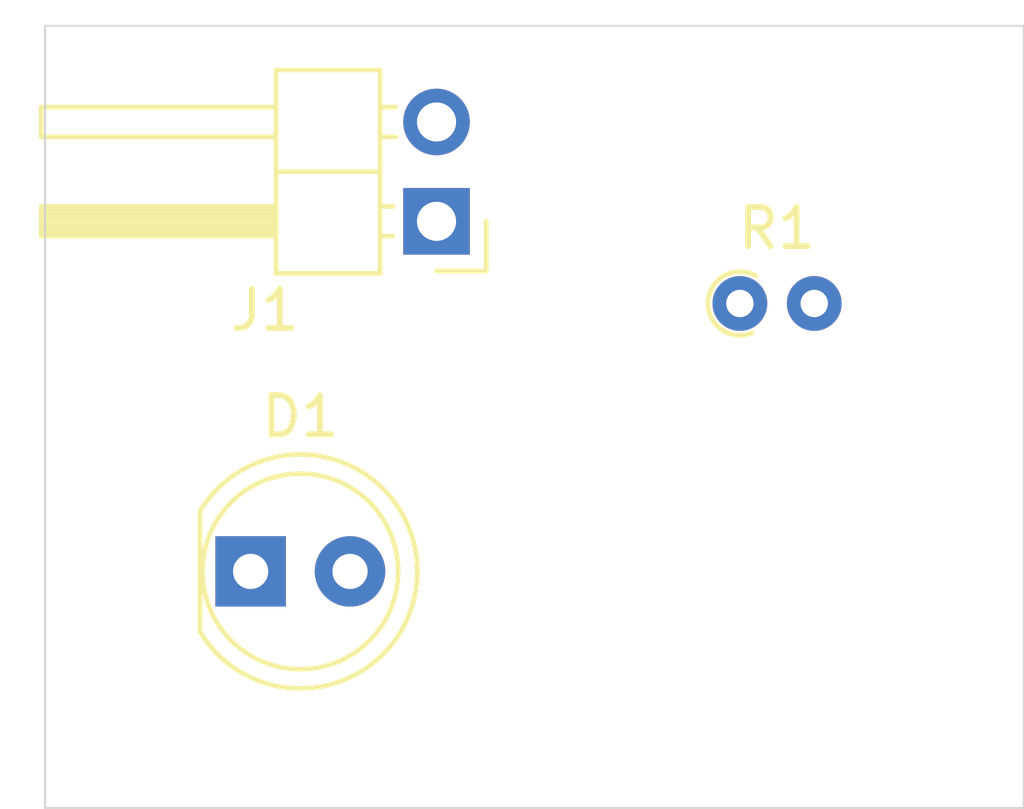
<source format=kicad_pcb>
(kicad_pcb (version 20171130) (host pcbnew "(5.1.2)-2")

  (general
    (thickness 1.6)
    (drawings 4)
    (tracks 0)
    (zones 0)
    (modules 3)
    (nets 4)
  )

  (page A4)
  (layers
    (0 F.Cu signal)
    (31 B.Cu signal)
    (32 B.Adhes user)
    (33 F.Adhes user)
    (34 B.Paste user)
    (35 F.Paste user)
    (36 B.SilkS user)
    (37 F.SilkS user)
    (38 B.Mask user)
    (39 F.Mask user)
    (40 Dwgs.User user)
    (41 Cmts.User user)
    (42 Eco1.User user)
    (43 Eco2.User user)
    (44 Edge.Cuts user)
    (45 Margin user)
    (46 B.CrtYd user)
    (47 F.CrtYd user)
    (48 B.Fab user)
    (49 F.Fab user)
  )

  (setup
    (last_trace_width 0.25)
    (trace_clearance 0.2)
    (zone_clearance 0.508)
    (zone_45_only no)
    (trace_min 0.2)
    (via_size 0.8)
    (via_drill 0.4)
    (via_min_size 0.4)
    (via_min_drill 0.3)
    (uvia_size 0.3)
    (uvia_drill 0.1)
    (uvias_allowed no)
    (uvia_min_size 0.2)
    (uvia_min_drill 0.1)
    (edge_width 0.05)
    (segment_width 0.2)
    (pcb_text_width 0.3)
    (pcb_text_size 1.5 1.5)
    (mod_edge_width 0.12)
    (mod_text_size 1 1)
    (mod_text_width 0.15)
    (pad_size 1.524 1.524)
    (pad_drill 0.762)
    (pad_to_mask_clearance 0.051)
    (solder_mask_min_width 0.25)
    (aux_axis_origin 0 0)
    (visible_elements FFFFFF7F)
    (pcbplotparams
      (layerselection 0x010fc_ffffffff)
      (usegerberextensions false)
      (usegerberattributes false)
      (usegerberadvancedattributes false)
      (creategerberjobfile false)
      (excludeedgelayer true)
      (linewidth 0.100000)
      (plotframeref false)
      (viasonmask false)
      (mode 1)
      (useauxorigin false)
      (hpglpennumber 1)
      (hpglpenspeed 20)
      (hpglpendiameter 15.000000)
      (psnegative false)
      (psa4output false)
      (plotreference true)
      (plotvalue true)
      (plotinvisibletext false)
      (padsonsilk false)
      (subtractmaskfromsilk false)
      (outputformat 1)
      (mirror false)
      (drillshape 1)
      (scaleselection 1)
      (outputdirectory ""))
  )

  (net 0 "")
  (net 1 "Net-(D1-Pad2)")
  (net 2 GND)
  (net 3 "Net-(J1-Pad1)")

  (net_class Default "This is the default net class."
    (clearance 0.2)
    (trace_width 0.25)
    (via_dia 0.8)
    (via_drill 0.4)
    (uvia_dia 0.3)
    (uvia_drill 0.1)
    (add_net GND)
    (add_net "Net-(D1-Pad2)")
    (add_net "Net-(J1-Pad1)")
  )

  (module Connector_PinHeader_2.54mm:PinHeader_1x02_P2.54mm_Horizontal (layer F.Cu) (tedit 59FED5CB) (tstamp 5EC193CC)
    (at 155 80 180)
    (descr "Through hole angled pin header, 1x02, 2.54mm pitch, 6mm pin length, single row")
    (tags "Through hole angled pin header THT 1x02 2.54mm single row")
    (path /5EC15193)
    (fp_text reference J1 (at 4.385 -2.27) (layer F.SilkS)
      (effects (font (size 1 1) (thickness 0.15)))
    )
    (fp_text value Conn_01x02_Male (at 4.385 4.81) (layer F.Fab)
      (effects (font (size 1 1) (thickness 0.15)))
    )
    (fp_text user %R (at 2.77 1.27 90) (layer F.Fab)
      (effects (font (size 1 1) (thickness 0.15)))
    )
    (fp_line (start 10.55 -1.8) (end -1.8 -1.8) (layer F.CrtYd) (width 0.05))
    (fp_line (start 10.55 4.35) (end 10.55 -1.8) (layer F.CrtYd) (width 0.05))
    (fp_line (start -1.8 4.35) (end 10.55 4.35) (layer F.CrtYd) (width 0.05))
    (fp_line (start -1.8 -1.8) (end -1.8 4.35) (layer F.CrtYd) (width 0.05))
    (fp_line (start -1.27 -1.27) (end 0 -1.27) (layer F.SilkS) (width 0.12))
    (fp_line (start -1.27 0) (end -1.27 -1.27) (layer F.SilkS) (width 0.12))
    (fp_line (start 1.042929 2.92) (end 1.44 2.92) (layer F.SilkS) (width 0.12))
    (fp_line (start 1.042929 2.16) (end 1.44 2.16) (layer F.SilkS) (width 0.12))
    (fp_line (start 10.1 2.92) (end 4.1 2.92) (layer F.SilkS) (width 0.12))
    (fp_line (start 10.1 2.16) (end 10.1 2.92) (layer F.SilkS) (width 0.12))
    (fp_line (start 4.1 2.16) (end 10.1 2.16) (layer F.SilkS) (width 0.12))
    (fp_line (start 1.44 1.27) (end 4.1 1.27) (layer F.SilkS) (width 0.12))
    (fp_line (start 1.11 0.38) (end 1.44 0.38) (layer F.SilkS) (width 0.12))
    (fp_line (start 1.11 -0.38) (end 1.44 -0.38) (layer F.SilkS) (width 0.12))
    (fp_line (start 4.1 0.28) (end 10.1 0.28) (layer F.SilkS) (width 0.12))
    (fp_line (start 4.1 0.16) (end 10.1 0.16) (layer F.SilkS) (width 0.12))
    (fp_line (start 4.1 0.04) (end 10.1 0.04) (layer F.SilkS) (width 0.12))
    (fp_line (start 4.1 -0.08) (end 10.1 -0.08) (layer F.SilkS) (width 0.12))
    (fp_line (start 4.1 -0.2) (end 10.1 -0.2) (layer F.SilkS) (width 0.12))
    (fp_line (start 4.1 -0.32) (end 10.1 -0.32) (layer F.SilkS) (width 0.12))
    (fp_line (start 10.1 0.38) (end 4.1 0.38) (layer F.SilkS) (width 0.12))
    (fp_line (start 10.1 -0.38) (end 10.1 0.38) (layer F.SilkS) (width 0.12))
    (fp_line (start 4.1 -0.38) (end 10.1 -0.38) (layer F.SilkS) (width 0.12))
    (fp_line (start 4.1 -1.33) (end 1.44 -1.33) (layer F.SilkS) (width 0.12))
    (fp_line (start 4.1 3.87) (end 4.1 -1.33) (layer F.SilkS) (width 0.12))
    (fp_line (start 1.44 3.87) (end 4.1 3.87) (layer F.SilkS) (width 0.12))
    (fp_line (start 1.44 -1.33) (end 1.44 3.87) (layer F.SilkS) (width 0.12))
    (fp_line (start 4.04 2.86) (end 10.04 2.86) (layer F.Fab) (width 0.1))
    (fp_line (start 10.04 2.22) (end 10.04 2.86) (layer F.Fab) (width 0.1))
    (fp_line (start 4.04 2.22) (end 10.04 2.22) (layer F.Fab) (width 0.1))
    (fp_line (start -0.32 2.86) (end 1.5 2.86) (layer F.Fab) (width 0.1))
    (fp_line (start -0.32 2.22) (end -0.32 2.86) (layer F.Fab) (width 0.1))
    (fp_line (start -0.32 2.22) (end 1.5 2.22) (layer F.Fab) (width 0.1))
    (fp_line (start 4.04 0.32) (end 10.04 0.32) (layer F.Fab) (width 0.1))
    (fp_line (start 10.04 -0.32) (end 10.04 0.32) (layer F.Fab) (width 0.1))
    (fp_line (start 4.04 -0.32) (end 10.04 -0.32) (layer F.Fab) (width 0.1))
    (fp_line (start -0.32 0.32) (end 1.5 0.32) (layer F.Fab) (width 0.1))
    (fp_line (start -0.32 -0.32) (end -0.32 0.32) (layer F.Fab) (width 0.1))
    (fp_line (start -0.32 -0.32) (end 1.5 -0.32) (layer F.Fab) (width 0.1))
    (fp_line (start 1.5 -0.635) (end 2.135 -1.27) (layer F.Fab) (width 0.1))
    (fp_line (start 1.5 3.81) (end 1.5 -0.635) (layer F.Fab) (width 0.1))
    (fp_line (start 4.04 3.81) (end 1.5 3.81) (layer F.Fab) (width 0.1))
    (fp_line (start 4.04 -1.27) (end 4.04 3.81) (layer F.Fab) (width 0.1))
    (fp_line (start 2.135 -1.27) (end 4.04 -1.27) (layer F.Fab) (width 0.1))
    (pad 2 thru_hole oval (at 0 2.54 180) (size 1.7 1.7) (drill 1) (layers *.Cu *.Mask)
      (net 2 GND))
    (pad 1 thru_hole rect (at 0 0 180) (size 1.7 1.7) (drill 1) (layers *.Cu *.Mask)
      (net 3 "Net-(J1-Pad1)"))
    (model ${KISYS3DMOD}/Connector_PinHeader_2.54mm.3dshapes/PinHeader_1x02_P2.54mm_Horizontal.wrl
      (at (xyz 0 0 0))
      (scale (xyz 1 1 1))
      (rotate (xyz 0 0 0))
    )
  )

  (module Resistor_THT:R_Axial_DIN0204_L3.6mm_D1.6mm_P1.90mm_Vertical (layer F.Cu) (tedit 5AE5139B) (tstamp 5EC193DA)
    (at 162.75 82.1)
    (descr "Resistor, Axial_DIN0204 series, Axial, Vertical, pin pitch=1.9mm, 0.167W, length*diameter=3.6*1.6mm^2, http://cdn-reichelt.de/documents/datenblatt/B400/1_4W%23YAG.pdf")
    (tags "Resistor Axial_DIN0204 series Axial Vertical pin pitch 1.9mm 0.167W length 3.6mm diameter 1.6mm")
    (path /5EC14324)
    (fp_text reference R1 (at 0.95 -1.92) (layer F.SilkS)
      (effects (font (size 1 1) (thickness 0.15)))
    )
    (fp_text value R (at 0.95 1.92) (layer F.Fab)
      (effects (font (size 1 1) (thickness 0.15)))
    )
    (fp_text user %R (at 0.95 -1.92) (layer F.Fab)
      (effects (font (size 1 1) (thickness 0.15)))
    )
    (fp_line (start 2.86 -1.05) (end -1.05 -1.05) (layer F.CrtYd) (width 0.05))
    (fp_line (start 2.86 1.05) (end 2.86 -1.05) (layer F.CrtYd) (width 0.05))
    (fp_line (start -1.05 1.05) (end 2.86 1.05) (layer F.CrtYd) (width 0.05))
    (fp_line (start -1.05 -1.05) (end -1.05 1.05) (layer F.CrtYd) (width 0.05))
    (fp_line (start 0 0) (end 1.9 0) (layer F.Fab) (width 0.1))
    (fp_circle (center 0 0) (end 0.8 0) (layer F.Fab) (width 0.1))
    (fp_arc (start 0 0) (end 0.417133 -0.7) (angle -233.92106) (layer F.SilkS) (width 0.12))
    (pad 2 thru_hole oval (at 1.9 0) (size 1.4 1.4) (drill 0.7) (layers *.Cu *.Mask)
      (net 1 "Net-(D1-Pad2)"))
    (pad 1 thru_hole circle (at 0 0) (size 1.4 1.4) (drill 0.7) (layers *.Cu *.Mask)
      (net 3 "Net-(J1-Pad1)"))
    (model ${KISYS3DMOD}/Resistor_THT.3dshapes/R_Axial_DIN0204_L3.6mm_D1.6mm_P1.90mm_Vertical.wrl
      (at (xyz 0 0 0))
      (scale (xyz 1 1 1))
      (rotate (xyz 0 0 0))
    )
  )

  (module LED_THT:LED_D5.0mm (layer F.Cu) (tedit 5995936A) (tstamp 5EC193A6)
    (at 150.25 88.95)
    (descr "LED, diameter 5.0mm, 2 pins, http://cdn-reichelt.de/documents/datenblatt/A500/LL-504BC2E-009.pdf")
    (tags "LED diameter 5.0mm 2 pins")
    (path /5EC147B2)
    (fp_text reference D1 (at 1.27 -3.96) (layer F.SilkS)
      (effects (font (size 1 1) (thickness 0.15)))
    )
    (fp_text value LED (at 1.27 3.96) (layer F.Fab)
      (effects (font (size 1 1) (thickness 0.15)))
    )
    (fp_text user %R (at 1.25 0) (layer F.Fab)
      (effects (font (size 0.8 0.8) (thickness 0.2)))
    )
    (fp_line (start 4.5 -3.25) (end -1.95 -3.25) (layer F.CrtYd) (width 0.05))
    (fp_line (start 4.5 3.25) (end 4.5 -3.25) (layer F.CrtYd) (width 0.05))
    (fp_line (start -1.95 3.25) (end 4.5 3.25) (layer F.CrtYd) (width 0.05))
    (fp_line (start -1.95 -3.25) (end -1.95 3.25) (layer F.CrtYd) (width 0.05))
    (fp_line (start -1.29 -1.545) (end -1.29 1.545) (layer F.SilkS) (width 0.12))
    (fp_line (start -1.23 -1.469694) (end -1.23 1.469694) (layer F.Fab) (width 0.1))
    (fp_circle (center 1.27 0) (end 3.77 0) (layer F.SilkS) (width 0.12))
    (fp_circle (center 1.27 0) (end 3.77 0) (layer F.Fab) (width 0.1))
    (fp_arc (start 1.27 0) (end -1.29 1.54483) (angle -148.9) (layer F.SilkS) (width 0.12))
    (fp_arc (start 1.27 0) (end -1.29 -1.54483) (angle 148.9) (layer F.SilkS) (width 0.12))
    (fp_arc (start 1.27 0) (end -1.23 -1.469694) (angle 299.1) (layer F.Fab) (width 0.1))
    (pad 2 thru_hole circle (at 2.54 0) (size 1.8 1.8) (drill 0.9) (layers *.Cu *.Mask)
      (net 1 "Net-(D1-Pad2)"))
    (pad 1 thru_hole rect (at 0 0) (size 1.8 1.8) (drill 0.9) (layers *.Cu *.Mask)
      (net 2 GND))
    (model ${KISYS3DMOD}/LED_THT.3dshapes/LED_D5.0mm.wrl
      (at (xyz 0 0 0))
      (scale (xyz 1 1 1))
      (rotate (xyz 0 0 0))
    )
  )

  (gr_line (start 170 95) (end 145 95) (layer Edge.Cuts) (width 0.05) (tstamp 5EC19713))
  (gr_line (start 170 75) (end 170 95) (layer Edge.Cuts) (width 0.05))
  (gr_line (start 145 75) (end 170 75) (layer Edge.Cuts) (width 0.05))
  (gr_line (start 145 95) (end 145 75) (layer Edge.Cuts) (width 0.05))

)

</source>
